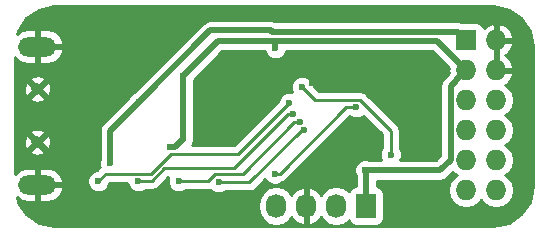
<source format=gbr>
G04 #@! TF.FileFunction,Copper,L2,Bot,Signal*
%FSLAX46Y46*%
G04 Gerber Fmt 4.6, Leading zero omitted, Abs format (unit mm)*
G04 Created by KiCad (PCBNEW 4.0.2-stable) date 2016-10-02 16:05:12*
%MOMM*%
G01*
G04 APERTURE LIST*
%ADD10C,0.100000*%
%ADD11C,0.600000*%
%ADD12R,1.727200X1.727200*%
%ADD13O,1.727200X1.727200*%
%ADD14O,3.225600X1.625600*%
%ADD15C,1.000000*%
%ADD16R,1.727200X2.032000*%
%ADD17O,1.727200X2.032000*%
%ADD18C,0.508000*%
%ADD19C,0.254000*%
G04 APERTURE END LIST*
D10*
D11*
X69250000Y-51000000D03*
X86000000Y-51250000D03*
X71500000Y-55750000D03*
X55700000Y-67300000D03*
X83900000Y-67400000D03*
X84800000Y-55800000D03*
X57600000Y-52200000D03*
D12*
X88650000Y-53570000D03*
D13*
X91190000Y-53570000D03*
X88650000Y-56110000D03*
X91190000Y-56110000D03*
X88650000Y-58650000D03*
X91190000Y-58650000D03*
X88650000Y-61190000D03*
X91190000Y-61190000D03*
X88650000Y-63730000D03*
X91190000Y-63730000D03*
X88650000Y-66270000D03*
X91190000Y-66270000D03*
D14*
X52350000Y-54100000D03*
X52350000Y-65800000D03*
D15*
X52350000Y-57700000D03*
X52350000Y-62200000D03*
D16*
X80180000Y-67600000D03*
D17*
X77640000Y-67600000D03*
X75100000Y-67600000D03*
X72560000Y-67600000D03*
D11*
X72500000Y-54250000D03*
X63600000Y-62600000D03*
X80115619Y-64575829D03*
X64650000Y-56580000D03*
X78800000Y-62200000D03*
X75600000Y-57200000D03*
X60960000Y-58770000D03*
X58500000Y-64000000D03*
X79350000Y-59250000D03*
X72450000Y-64858821D03*
X57500000Y-65500000D03*
X73667467Y-58868857D03*
X60900000Y-65500000D03*
X74000000Y-59800000D03*
X64300000Y-65500000D03*
X74536857Y-60505514D03*
X67700000Y-65600000D03*
X74954924Y-61191349D03*
X74750000Y-57500000D03*
X82250000Y-63250000D03*
D18*
X72500000Y-53825736D02*
X72500000Y-54250000D01*
X72500000Y-53707210D02*
X72500000Y-53825736D01*
X72600000Y-53607210D02*
X72500000Y-53707210D01*
X72600000Y-53607210D02*
X67622790Y-53607210D01*
X79800000Y-53607210D02*
X72600000Y-53607210D01*
X86140000Y-53600000D02*
X88650000Y-56110000D01*
X79800000Y-53607210D02*
X86140000Y-53600000D01*
X67622790Y-53607210D02*
X64650000Y-56580000D01*
X63600000Y-62600000D02*
X64024264Y-62600000D01*
X64024264Y-62600000D02*
X64624264Y-62000000D01*
X64624264Y-62000000D02*
X64680000Y-62000000D01*
X80115619Y-64575829D02*
X86424171Y-64575829D01*
X86424171Y-64575829D02*
X87329199Y-63670801D01*
X87329199Y-63670801D02*
X87329199Y-57470801D01*
X87329199Y-57470801D02*
X87786401Y-57013599D01*
X87786401Y-57013599D02*
X87786401Y-56973599D01*
X87786401Y-56973599D02*
X88650000Y-56110000D01*
X80180000Y-64580000D02*
X80115619Y-64575829D01*
X80180000Y-67600000D02*
X80180000Y-64580000D01*
X64680000Y-62000000D02*
X64680000Y-56610000D01*
X64680000Y-56610000D02*
X64650000Y-56580000D01*
X72220660Y-52850000D02*
X87950000Y-52850000D01*
X72113458Y-52742798D02*
X72220660Y-52850000D01*
X66987202Y-52742798D02*
X72113458Y-52742798D01*
X60960000Y-58770000D02*
X66987202Y-52742798D01*
X87950000Y-52850000D02*
X88650000Y-53550000D01*
X60960000Y-58770000D02*
X58500000Y-61230000D01*
X58500000Y-63575736D02*
X58500000Y-64000000D01*
X58500000Y-61230000D02*
X58500000Y-63575736D01*
D19*
X77650000Y-67000000D02*
X77650000Y-66847600D01*
X72570000Y-67000000D02*
X72570000Y-66847600D01*
X78483085Y-59250000D02*
X79350000Y-59250000D01*
X72450000Y-64858821D02*
X72874264Y-64858821D01*
X72874264Y-64858821D02*
X78483085Y-59250000D01*
X57500000Y-65500000D02*
X58130201Y-64869799D01*
X58130201Y-64869799D02*
X61989806Y-64869799D01*
X63629404Y-63230201D02*
X69306123Y-63230201D01*
X61989806Y-64869799D02*
X63629404Y-63230201D01*
X69306123Y-63230201D02*
X73367468Y-59168856D01*
X73367468Y-59168856D02*
X73667467Y-58868857D01*
X73476963Y-58868857D02*
X73667467Y-58868857D01*
X60900000Y-65500000D02*
X62006197Y-65500000D01*
X68975736Y-64400000D02*
X73575736Y-59800000D01*
X62006197Y-65500000D02*
X63106197Y-64400000D01*
X63106197Y-64400000D02*
X68975736Y-64400000D01*
X73575736Y-59800000D02*
X74000000Y-59800000D01*
X64300000Y-65500000D02*
X66800000Y-65500000D01*
X66800000Y-65500000D02*
X67400000Y-64900000D01*
X67400000Y-64900000D02*
X69718107Y-64900000D01*
X74112593Y-60505514D02*
X74536857Y-60505514D01*
X69718107Y-64900000D02*
X74112593Y-60505514D01*
X67700000Y-65600000D02*
X70300000Y-65600000D01*
X70300000Y-65600000D02*
X74708651Y-61191349D01*
X74708651Y-61191349D02*
X74954924Y-61191349D01*
X82250000Y-63250000D02*
X82250000Y-61217302D01*
X82250000Y-61217302D02*
X79652497Y-58619799D01*
X79652497Y-58619799D02*
X75869799Y-58619799D01*
X75869799Y-58619799D02*
X74750000Y-57500000D01*
G36*
X92253707Y-50973288D02*
X93316546Y-51683454D01*
X94026712Y-52746295D01*
X94290000Y-54069931D01*
X94290000Y-65930069D01*
X94026712Y-67253705D01*
X93316546Y-68316546D01*
X92253707Y-69026712D01*
X90930069Y-69290000D01*
X53769931Y-69290000D01*
X52446295Y-69026712D01*
X51383454Y-68316546D01*
X50781231Y-67415255D01*
X71061400Y-67415255D01*
X71061400Y-67784745D01*
X71175474Y-68358234D01*
X71500330Y-68844415D01*
X71986511Y-69169271D01*
X72560000Y-69283345D01*
X73133489Y-69169271D01*
X73619670Y-68844415D01*
X73826461Y-68534931D01*
X74197964Y-68950732D01*
X74725209Y-69204709D01*
X74740974Y-69207358D01*
X74973000Y-69086217D01*
X74973000Y-67727000D01*
X74953000Y-67727000D01*
X74953000Y-67473000D01*
X74973000Y-67473000D01*
X74973000Y-66113783D01*
X74740974Y-65992642D01*
X74725209Y-65995291D01*
X74197964Y-66249268D01*
X73826461Y-66665069D01*
X73619670Y-66355585D01*
X73133489Y-66030729D01*
X72560000Y-65916655D01*
X71986511Y-66030729D01*
X71500330Y-66355585D01*
X71175474Y-66841766D01*
X71061400Y-67415255D01*
X50781231Y-67415255D01*
X50673288Y-67253707D01*
X50595268Y-66861473D01*
X50878618Y-67088992D01*
X51423000Y-67247800D01*
X52223000Y-67247800D01*
X52223000Y-65927000D01*
X52477000Y-65927000D01*
X52477000Y-67247800D01*
X53277000Y-67247800D01*
X53821382Y-67088992D01*
X54263552Y-66733947D01*
X54536194Y-66236717D01*
X54554596Y-66151049D01*
X54432779Y-65927000D01*
X52477000Y-65927000D01*
X52223000Y-65927000D01*
X52203000Y-65927000D01*
X52203000Y-65685167D01*
X56564838Y-65685167D01*
X56706883Y-66028943D01*
X56969673Y-66292192D01*
X57313201Y-66434838D01*
X57685167Y-66435162D01*
X58028943Y-66293117D01*
X58292192Y-66030327D01*
X58434838Y-65686799D01*
X58434876Y-65642754D01*
X58445832Y-65631799D01*
X59964884Y-65631799D01*
X59964838Y-65685167D01*
X60106883Y-66028943D01*
X60369673Y-66292192D01*
X60713201Y-66434838D01*
X61085167Y-66435162D01*
X61428943Y-66293117D01*
X61460114Y-66262000D01*
X62006197Y-66262000D01*
X62297802Y-66203996D01*
X62545012Y-66038815D01*
X63421827Y-65162000D01*
X63427946Y-65162000D01*
X63365162Y-65313201D01*
X63364838Y-65685167D01*
X63506883Y-66028943D01*
X63769673Y-66292192D01*
X64113201Y-66434838D01*
X64485167Y-66435162D01*
X64828943Y-66293117D01*
X64860114Y-66262000D01*
X66800000Y-66262000D01*
X66999996Y-66222218D01*
X67169673Y-66392192D01*
X67513201Y-66534838D01*
X67885167Y-66535162D01*
X68228943Y-66393117D01*
X68260114Y-66362000D01*
X70300000Y-66362000D01*
X70591605Y-66303996D01*
X70838815Y-66138815D01*
X71637288Y-65340342D01*
X71656883Y-65387764D01*
X71919673Y-65651013D01*
X72263201Y-65793659D01*
X72635167Y-65793983D01*
X72978943Y-65651938D01*
X73043920Y-65587074D01*
X73165869Y-65562817D01*
X73413079Y-65397636D01*
X78794121Y-60016595D01*
X78819673Y-60042192D01*
X79163201Y-60184838D01*
X79535167Y-60185162D01*
X79878943Y-60043117D01*
X79938616Y-59983548D01*
X81488000Y-61532932D01*
X81488000Y-62689534D01*
X81457808Y-62719673D01*
X81315162Y-63063201D01*
X81314838Y-63435167D01*
X81418822Y-63686829D01*
X80412808Y-63686829D01*
X80302418Y-63640991D01*
X79930452Y-63640667D01*
X79586676Y-63782712D01*
X79323427Y-64045502D01*
X79180781Y-64389030D01*
X79180457Y-64760996D01*
X79291000Y-65028531D01*
X79291000Y-65941339D01*
X79081083Y-65980838D01*
X78864959Y-66119910D01*
X78719969Y-66332110D01*
X78711600Y-66373439D01*
X78699670Y-66355585D01*
X78213489Y-66030729D01*
X77640000Y-65916655D01*
X77066511Y-66030729D01*
X76580330Y-66355585D01*
X76373539Y-66665069D01*
X76002036Y-66249268D01*
X75474791Y-65995291D01*
X75459026Y-65992642D01*
X75227000Y-66113783D01*
X75227000Y-67473000D01*
X75247000Y-67473000D01*
X75247000Y-67727000D01*
X75227000Y-67727000D01*
X75227000Y-69086217D01*
X75459026Y-69207358D01*
X75474791Y-69204709D01*
X76002036Y-68950732D01*
X76373539Y-68534931D01*
X76580330Y-68844415D01*
X77066511Y-69169271D01*
X77640000Y-69283345D01*
X78213489Y-69169271D01*
X78699670Y-68844415D01*
X78709243Y-68830087D01*
X78713238Y-68851317D01*
X78852310Y-69067441D01*
X79064510Y-69212431D01*
X79316400Y-69263440D01*
X81043600Y-69263440D01*
X81278917Y-69219162D01*
X81495041Y-69080090D01*
X81640031Y-68867890D01*
X81691040Y-68616000D01*
X81691040Y-66584000D01*
X81646762Y-66348683D01*
X81507690Y-66132559D01*
X81295490Y-65987569D01*
X81069000Y-65941704D01*
X81069000Y-65464829D01*
X86424171Y-65464829D01*
X86764377Y-65397158D01*
X87052789Y-65204447D01*
X87523558Y-64733678D01*
X87560971Y-64789670D01*
X87875752Y-65000000D01*
X87560971Y-65210330D01*
X87236115Y-65696511D01*
X87122041Y-66270000D01*
X87236115Y-66843489D01*
X87560971Y-67329670D01*
X88047152Y-67654526D01*
X88620641Y-67768600D01*
X88679359Y-67768600D01*
X89252848Y-67654526D01*
X89739029Y-67329670D01*
X89920000Y-67058828D01*
X90100971Y-67329670D01*
X90587152Y-67654526D01*
X91160641Y-67768600D01*
X91219359Y-67768600D01*
X91792848Y-67654526D01*
X92279029Y-67329670D01*
X92603885Y-66843489D01*
X92717959Y-66270000D01*
X92603885Y-65696511D01*
X92279029Y-65210330D01*
X91964248Y-65000000D01*
X92279029Y-64789670D01*
X92603885Y-64303489D01*
X92717959Y-63730000D01*
X92603885Y-63156511D01*
X92279029Y-62670330D01*
X91964248Y-62460000D01*
X92279029Y-62249670D01*
X92603885Y-61763489D01*
X92717959Y-61190000D01*
X92603885Y-60616511D01*
X92279029Y-60130330D01*
X91964248Y-59920000D01*
X92279029Y-59709670D01*
X92603885Y-59223489D01*
X92717959Y-58650000D01*
X92603885Y-58076511D01*
X92279029Y-57590330D01*
X91955772Y-57374336D01*
X92078490Y-57316821D01*
X92472688Y-56884947D01*
X92644958Y-56469026D01*
X92523817Y-56237000D01*
X91317000Y-56237000D01*
X91317000Y-56257000D01*
X91063000Y-56257000D01*
X91063000Y-56237000D01*
X91043000Y-56237000D01*
X91043000Y-55983000D01*
X91063000Y-55983000D01*
X91063000Y-53697000D01*
X91317000Y-53697000D01*
X91317000Y-55983000D01*
X92523817Y-55983000D01*
X92644958Y-55750974D01*
X92472688Y-55335053D01*
X92078490Y-54903179D01*
X91943687Y-54840000D01*
X92078490Y-54776821D01*
X92472688Y-54344947D01*
X92644958Y-53929026D01*
X92523817Y-53697000D01*
X91317000Y-53697000D01*
X91063000Y-53697000D01*
X91043000Y-53697000D01*
X91043000Y-53443000D01*
X91063000Y-53443000D01*
X91063000Y-52235531D01*
X91317000Y-52235531D01*
X91317000Y-53443000D01*
X92523817Y-53443000D01*
X92644958Y-53210974D01*
X92472688Y-52795053D01*
X92078490Y-52363179D01*
X91549027Y-52115032D01*
X91317000Y-52235531D01*
X91063000Y-52235531D01*
X90830973Y-52115032D01*
X90301510Y-52363179D01*
X90131505Y-52549433D01*
X90116762Y-52471083D01*
X89977690Y-52254959D01*
X89765490Y-52109969D01*
X89513600Y-52058960D01*
X88335537Y-52058960D01*
X88290206Y-52028671D01*
X87950000Y-51961000D01*
X72512826Y-51961000D01*
X72453664Y-51921469D01*
X72113458Y-51853798D01*
X66987202Y-51853798D01*
X66646996Y-51921469D01*
X66417504Y-52074811D01*
X66358584Y-52114180D01*
X60541526Y-57931238D01*
X60431057Y-57976883D01*
X60167808Y-58239673D01*
X60121451Y-58351313D01*
X57871382Y-60601382D01*
X57678671Y-60889794D01*
X57611000Y-61230000D01*
X57611000Y-63702811D01*
X57565162Y-63813201D01*
X57564838Y-64185167D01*
X57617796Y-64313336D01*
X57591386Y-64330983D01*
X57357494Y-64564875D01*
X57314833Y-64564838D01*
X56971057Y-64706883D01*
X56707808Y-64969673D01*
X56565162Y-65313201D01*
X56564838Y-65685167D01*
X52203000Y-65685167D01*
X52203000Y-65673000D01*
X52223000Y-65673000D01*
X52223000Y-64352200D01*
X52477000Y-64352200D01*
X52477000Y-65673000D01*
X54432779Y-65673000D01*
X54554596Y-65448951D01*
X54536194Y-65363283D01*
X54263552Y-64866053D01*
X53821382Y-64511008D01*
X53277000Y-64352200D01*
X52477000Y-64352200D01*
X52223000Y-64352200D01*
X51423000Y-64352200D01*
X50878618Y-64511008D01*
X50436448Y-64866053D01*
X50410000Y-64914287D01*
X50410000Y-62990104D01*
X51739501Y-62990104D01*
X51776648Y-63205217D01*
X52204972Y-63348112D01*
X52655375Y-63316217D01*
X52923352Y-63205217D01*
X52960499Y-62990104D01*
X52350000Y-62379605D01*
X51739501Y-62990104D01*
X50410000Y-62990104D01*
X50410000Y-62054972D01*
X51201888Y-62054972D01*
X51233783Y-62505375D01*
X51344783Y-62773352D01*
X51559896Y-62810499D01*
X52170395Y-62200000D01*
X52529605Y-62200000D01*
X53140104Y-62810499D01*
X53355217Y-62773352D01*
X53498112Y-62345028D01*
X53466217Y-61894625D01*
X53355217Y-61626648D01*
X53140104Y-61589501D01*
X52529605Y-62200000D01*
X52170395Y-62200000D01*
X51559896Y-61589501D01*
X51344783Y-61626648D01*
X51201888Y-62054972D01*
X50410000Y-62054972D01*
X50410000Y-61409896D01*
X51739501Y-61409896D01*
X52350000Y-62020395D01*
X52960499Y-61409896D01*
X52923352Y-61194783D01*
X52495028Y-61051888D01*
X52044625Y-61083783D01*
X51776648Y-61194783D01*
X51739501Y-61409896D01*
X50410000Y-61409896D01*
X50410000Y-58490104D01*
X51739501Y-58490104D01*
X51776648Y-58705217D01*
X52204972Y-58848112D01*
X52655375Y-58816217D01*
X52923352Y-58705217D01*
X52960499Y-58490104D01*
X52350000Y-57879605D01*
X51739501Y-58490104D01*
X50410000Y-58490104D01*
X50410000Y-57554972D01*
X51201888Y-57554972D01*
X51233783Y-58005375D01*
X51344783Y-58273352D01*
X51559896Y-58310499D01*
X52170395Y-57700000D01*
X52529605Y-57700000D01*
X53140104Y-58310499D01*
X53355217Y-58273352D01*
X53498112Y-57845028D01*
X53466217Y-57394625D01*
X53355217Y-57126648D01*
X53140104Y-57089501D01*
X52529605Y-57700000D01*
X52170395Y-57700000D01*
X51559896Y-57089501D01*
X51344783Y-57126648D01*
X51201888Y-57554972D01*
X50410000Y-57554972D01*
X50410000Y-56909896D01*
X51739501Y-56909896D01*
X52350000Y-57520395D01*
X52960499Y-56909896D01*
X52923352Y-56694783D01*
X52495028Y-56551888D01*
X52044625Y-56583783D01*
X51776648Y-56694783D01*
X51739501Y-56909896D01*
X50410000Y-56909896D01*
X50410000Y-54985713D01*
X50436448Y-55033947D01*
X50878618Y-55388992D01*
X51423000Y-55547800D01*
X52223000Y-55547800D01*
X52223000Y-54227000D01*
X52477000Y-54227000D01*
X52477000Y-55547800D01*
X53277000Y-55547800D01*
X53821382Y-55388992D01*
X54263552Y-55033947D01*
X54536194Y-54536717D01*
X54554596Y-54451049D01*
X54432779Y-54227000D01*
X52477000Y-54227000D01*
X52223000Y-54227000D01*
X52203000Y-54227000D01*
X52203000Y-53973000D01*
X52223000Y-53973000D01*
X52223000Y-52652200D01*
X52477000Y-52652200D01*
X52477000Y-53973000D01*
X54432779Y-53973000D01*
X54554596Y-53748951D01*
X54536194Y-53663283D01*
X54263552Y-53166053D01*
X53821382Y-52811008D01*
X53277000Y-52652200D01*
X52477000Y-52652200D01*
X52223000Y-52652200D01*
X51423000Y-52652200D01*
X50878618Y-52811008D01*
X50618940Y-53019519D01*
X50673288Y-52746293D01*
X51383454Y-51683454D01*
X52446295Y-50973288D01*
X53769931Y-50710000D01*
X90930069Y-50710000D01*
X92253707Y-50973288D01*
X92253707Y-50973288D01*
G37*
X92253707Y-50973288D02*
X93316546Y-51683454D01*
X94026712Y-52746295D01*
X94290000Y-54069931D01*
X94290000Y-65930069D01*
X94026712Y-67253705D01*
X93316546Y-68316546D01*
X92253707Y-69026712D01*
X90930069Y-69290000D01*
X53769931Y-69290000D01*
X52446295Y-69026712D01*
X51383454Y-68316546D01*
X50781231Y-67415255D01*
X71061400Y-67415255D01*
X71061400Y-67784745D01*
X71175474Y-68358234D01*
X71500330Y-68844415D01*
X71986511Y-69169271D01*
X72560000Y-69283345D01*
X73133489Y-69169271D01*
X73619670Y-68844415D01*
X73826461Y-68534931D01*
X74197964Y-68950732D01*
X74725209Y-69204709D01*
X74740974Y-69207358D01*
X74973000Y-69086217D01*
X74973000Y-67727000D01*
X74953000Y-67727000D01*
X74953000Y-67473000D01*
X74973000Y-67473000D01*
X74973000Y-66113783D01*
X74740974Y-65992642D01*
X74725209Y-65995291D01*
X74197964Y-66249268D01*
X73826461Y-66665069D01*
X73619670Y-66355585D01*
X73133489Y-66030729D01*
X72560000Y-65916655D01*
X71986511Y-66030729D01*
X71500330Y-66355585D01*
X71175474Y-66841766D01*
X71061400Y-67415255D01*
X50781231Y-67415255D01*
X50673288Y-67253707D01*
X50595268Y-66861473D01*
X50878618Y-67088992D01*
X51423000Y-67247800D01*
X52223000Y-67247800D01*
X52223000Y-65927000D01*
X52477000Y-65927000D01*
X52477000Y-67247800D01*
X53277000Y-67247800D01*
X53821382Y-67088992D01*
X54263552Y-66733947D01*
X54536194Y-66236717D01*
X54554596Y-66151049D01*
X54432779Y-65927000D01*
X52477000Y-65927000D01*
X52223000Y-65927000D01*
X52203000Y-65927000D01*
X52203000Y-65685167D01*
X56564838Y-65685167D01*
X56706883Y-66028943D01*
X56969673Y-66292192D01*
X57313201Y-66434838D01*
X57685167Y-66435162D01*
X58028943Y-66293117D01*
X58292192Y-66030327D01*
X58434838Y-65686799D01*
X58434876Y-65642754D01*
X58445832Y-65631799D01*
X59964884Y-65631799D01*
X59964838Y-65685167D01*
X60106883Y-66028943D01*
X60369673Y-66292192D01*
X60713201Y-66434838D01*
X61085167Y-66435162D01*
X61428943Y-66293117D01*
X61460114Y-66262000D01*
X62006197Y-66262000D01*
X62297802Y-66203996D01*
X62545012Y-66038815D01*
X63421827Y-65162000D01*
X63427946Y-65162000D01*
X63365162Y-65313201D01*
X63364838Y-65685167D01*
X63506883Y-66028943D01*
X63769673Y-66292192D01*
X64113201Y-66434838D01*
X64485167Y-66435162D01*
X64828943Y-66293117D01*
X64860114Y-66262000D01*
X66800000Y-66262000D01*
X66999996Y-66222218D01*
X67169673Y-66392192D01*
X67513201Y-66534838D01*
X67885167Y-66535162D01*
X68228943Y-66393117D01*
X68260114Y-66362000D01*
X70300000Y-66362000D01*
X70591605Y-66303996D01*
X70838815Y-66138815D01*
X71637288Y-65340342D01*
X71656883Y-65387764D01*
X71919673Y-65651013D01*
X72263201Y-65793659D01*
X72635167Y-65793983D01*
X72978943Y-65651938D01*
X73043920Y-65587074D01*
X73165869Y-65562817D01*
X73413079Y-65397636D01*
X78794121Y-60016595D01*
X78819673Y-60042192D01*
X79163201Y-60184838D01*
X79535167Y-60185162D01*
X79878943Y-60043117D01*
X79938616Y-59983548D01*
X81488000Y-61532932D01*
X81488000Y-62689534D01*
X81457808Y-62719673D01*
X81315162Y-63063201D01*
X81314838Y-63435167D01*
X81418822Y-63686829D01*
X80412808Y-63686829D01*
X80302418Y-63640991D01*
X79930452Y-63640667D01*
X79586676Y-63782712D01*
X79323427Y-64045502D01*
X79180781Y-64389030D01*
X79180457Y-64760996D01*
X79291000Y-65028531D01*
X79291000Y-65941339D01*
X79081083Y-65980838D01*
X78864959Y-66119910D01*
X78719969Y-66332110D01*
X78711600Y-66373439D01*
X78699670Y-66355585D01*
X78213489Y-66030729D01*
X77640000Y-65916655D01*
X77066511Y-66030729D01*
X76580330Y-66355585D01*
X76373539Y-66665069D01*
X76002036Y-66249268D01*
X75474791Y-65995291D01*
X75459026Y-65992642D01*
X75227000Y-66113783D01*
X75227000Y-67473000D01*
X75247000Y-67473000D01*
X75247000Y-67727000D01*
X75227000Y-67727000D01*
X75227000Y-69086217D01*
X75459026Y-69207358D01*
X75474791Y-69204709D01*
X76002036Y-68950732D01*
X76373539Y-68534931D01*
X76580330Y-68844415D01*
X77066511Y-69169271D01*
X77640000Y-69283345D01*
X78213489Y-69169271D01*
X78699670Y-68844415D01*
X78709243Y-68830087D01*
X78713238Y-68851317D01*
X78852310Y-69067441D01*
X79064510Y-69212431D01*
X79316400Y-69263440D01*
X81043600Y-69263440D01*
X81278917Y-69219162D01*
X81495041Y-69080090D01*
X81640031Y-68867890D01*
X81691040Y-68616000D01*
X81691040Y-66584000D01*
X81646762Y-66348683D01*
X81507690Y-66132559D01*
X81295490Y-65987569D01*
X81069000Y-65941704D01*
X81069000Y-65464829D01*
X86424171Y-65464829D01*
X86764377Y-65397158D01*
X87052789Y-65204447D01*
X87523558Y-64733678D01*
X87560971Y-64789670D01*
X87875752Y-65000000D01*
X87560971Y-65210330D01*
X87236115Y-65696511D01*
X87122041Y-66270000D01*
X87236115Y-66843489D01*
X87560971Y-67329670D01*
X88047152Y-67654526D01*
X88620641Y-67768600D01*
X88679359Y-67768600D01*
X89252848Y-67654526D01*
X89739029Y-67329670D01*
X89920000Y-67058828D01*
X90100971Y-67329670D01*
X90587152Y-67654526D01*
X91160641Y-67768600D01*
X91219359Y-67768600D01*
X91792848Y-67654526D01*
X92279029Y-67329670D01*
X92603885Y-66843489D01*
X92717959Y-66270000D01*
X92603885Y-65696511D01*
X92279029Y-65210330D01*
X91964248Y-65000000D01*
X92279029Y-64789670D01*
X92603885Y-64303489D01*
X92717959Y-63730000D01*
X92603885Y-63156511D01*
X92279029Y-62670330D01*
X91964248Y-62460000D01*
X92279029Y-62249670D01*
X92603885Y-61763489D01*
X92717959Y-61190000D01*
X92603885Y-60616511D01*
X92279029Y-60130330D01*
X91964248Y-59920000D01*
X92279029Y-59709670D01*
X92603885Y-59223489D01*
X92717959Y-58650000D01*
X92603885Y-58076511D01*
X92279029Y-57590330D01*
X91955772Y-57374336D01*
X92078490Y-57316821D01*
X92472688Y-56884947D01*
X92644958Y-56469026D01*
X92523817Y-56237000D01*
X91317000Y-56237000D01*
X91317000Y-56257000D01*
X91063000Y-56257000D01*
X91063000Y-56237000D01*
X91043000Y-56237000D01*
X91043000Y-55983000D01*
X91063000Y-55983000D01*
X91063000Y-53697000D01*
X91317000Y-53697000D01*
X91317000Y-55983000D01*
X92523817Y-55983000D01*
X92644958Y-55750974D01*
X92472688Y-55335053D01*
X92078490Y-54903179D01*
X91943687Y-54840000D01*
X92078490Y-54776821D01*
X92472688Y-54344947D01*
X92644958Y-53929026D01*
X92523817Y-53697000D01*
X91317000Y-53697000D01*
X91063000Y-53697000D01*
X91043000Y-53697000D01*
X91043000Y-53443000D01*
X91063000Y-53443000D01*
X91063000Y-52235531D01*
X91317000Y-52235531D01*
X91317000Y-53443000D01*
X92523817Y-53443000D01*
X92644958Y-53210974D01*
X92472688Y-52795053D01*
X92078490Y-52363179D01*
X91549027Y-52115032D01*
X91317000Y-52235531D01*
X91063000Y-52235531D01*
X90830973Y-52115032D01*
X90301510Y-52363179D01*
X90131505Y-52549433D01*
X90116762Y-52471083D01*
X89977690Y-52254959D01*
X89765490Y-52109969D01*
X89513600Y-52058960D01*
X88335537Y-52058960D01*
X88290206Y-52028671D01*
X87950000Y-51961000D01*
X72512826Y-51961000D01*
X72453664Y-51921469D01*
X72113458Y-51853798D01*
X66987202Y-51853798D01*
X66646996Y-51921469D01*
X66417504Y-52074811D01*
X66358584Y-52114180D01*
X60541526Y-57931238D01*
X60431057Y-57976883D01*
X60167808Y-58239673D01*
X60121451Y-58351313D01*
X57871382Y-60601382D01*
X57678671Y-60889794D01*
X57611000Y-61230000D01*
X57611000Y-63702811D01*
X57565162Y-63813201D01*
X57564838Y-64185167D01*
X57617796Y-64313336D01*
X57591386Y-64330983D01*
X57357494Y-64564875D01*
X57314833Y-64564838D01*
X56971057Y-64706883D01*
X56707808Y-64969673D01*
X56565162Y-65313201D01*
X56564838Y-65685167D01*
X52203000Y-65685167D01*
X52203000Y-65673000D01*
X52223000Y-65673000D01*
X52223000Y-64352200D01*
X52477000Y-64352200D01*
X52477000Y-65673000D01*
X54432779Y-65673000D01*
X54554596Y-65448951D01*
X54536194Y-65363283D01*
X54263552Y-64866053D01*
X53821382Y-64511008D01*
X53277000Y-64352200D01*
X52477000Y-64352200D01*
X52223000Y-64352200D01*
X51423000Y-64352200D01*
X50878618Y-64511008D01*
X50436448Y-64866053D01*
X50410000Y-64914287D01*
X50410000Y-62990104D01*
X51739501Y-62990104D01*
X51776648Y-63205217D01*
X52204972Y-63348112D01*
X52655375Y-63316217D01*
X52923352Y-63205217D01*
X52960499Y-62990104D01*
X52350000Y-62379605D01*
X51739501Y-62990104D01*
X50410000Y-62990104D01*
X50410000Y-62054972D01*
X51201888Y-62054972D01*
X51233783Y-62505375D01*
X51344783Y-62773352D01*
X51559896Y-62810499D01*
X52170395Y-62200000D01*
X52529605Y-62200000D01*
X53140104Y-62810499D01*
X53355217Y-62773352D01*
X53498112Y-62345028D01*
X53466217Y-61894625D01*
X53355217Y-61626648D01*
X53140104Y-61589501D01*
X52529605Y-62200000D01*
X52170395Y-62200000D01*
X51559896Y-61589501D01*
X51344783Y-61626648D01*
X51201888Y-62054972D01*
X50410000Y-62054972D01*
X50410000Y-61409896D01*
X51739501Y-61409896D01*
X52350000Y-62020395D01*
X52960499Y-61409896D01*
X52923352Y-61194783D01*
X52495028Y-61051888D01*
X52044625Y-61083783D01*
X51776648Y-61194783D01*
X51739501Y-61409896D01*
X50410000Y-61409896D01*
X50410000Y-58490104D01*
X51739501Y-58490104D01*
X51776648Y-58705217D01*
X52204972Y-58848112D01*
X52655375Y-58816217D01*
X52923352Y-58705217D01*
X52960499Y-58490104D01*
X52350000Y-57879605D01*
X51739501Y-58490104D01*
X50410000Y-58490104D01*
X50410000Y-57554972D01*
X51201888Y-57554972D01*
X51233783Y-58005375D01*
X51344783Y-58273352D01*
X51559896Y-58310499D01*
X52170395Y-57700000D01*
X52529605Y-57700000D01*
X53140104Y-58310499D01*
X53355217Y-58273352D01*
X53498112Y-57845028D01*
X53466217Y-57394625D01*
X53355217Y-57126648D01*
X53140104Y-57089501D01*
X52529605Y-57700000D01*
X52170395Y-57700000D01*
X51559896Y-57089501D01*
X51344783Y-57126648D01*
X51201888Y-57554972D01*
X50410000Y-57554972D01*
X50410000Y-56909896D01*
X51739501Y-56909896D01*
X52350000Y-57520395D01*
X52960499Y-56909896D01*
X52923352Y-56694783D01*
X52495028Y-56551888D01*
X52044625Y-56583783D01*
X51776648Y-56694783D01*
X51739501Y-56909896D01*
X50410000Y-56909896D01*
X50410000Y-54985713D01*
X50436448Y-55033947D01*
X50878618Y-55388992D01*
X51423000Y-55547800D01*
X52223000Y-55547800D01*
X52223000Y-54227000D01*
X52477000Y-54227000D01*
X52477000Y-55547800D01*
X53277000Y-55547800D01*
X53821382Y-55388992D01*
X54263552Y-55033947D01*
X54536194Y-54536717D01*
X54554596Y-54451049D01*
X54432779Y-54227000D01*
X52477000Y-54227000D01*
X52223000Y-54227000D01*
X52203000Y-54227000D01*
X52203000Y-53973000D01*
X52223000Y-53973000D01*
X52223000Y-52652200D01*
X52477000Y-52652200D01*
X52477000Y-53973000D01*
X54432779Y-53973000D01*
X54554596Y-53748951D01*
X54536194Y-53663283D01*
X54263552Y-53166053D01*
X53821382Y-52811008D01*
X53277000Y-52652200D01*
X52477000Y-52652200D01*
X52223000Y-52652200D01*
X51423000Y-52652200D01*
X50878618Y-52811008D01*
X50618940Y-53019519D01*
X50673288Y-52746293D01*
X51383454Y-51683454D01*
X52446295Y-50973288D01*
X53769931Y-50710000D01*
X90930069Y-50710000D01*
X92253707Y-50973288D01*
G36*
X87166957Y-55884193D02*
X87122041Y-56110000D01*
X87166957Y-56335807D01*
X87157783Y-56344981D01*
X87077236Y-56465528D01*
X86700581Y-56842183D01*
X86507870Y-57130595D01*
X86440199Y-57470801D01*
X86440199Y-63302565D01*
X86055935Y-63686829D01*
X83081016Y-63686829D01*
X83184838Y-63436799D01*
X83185162Y-63064833D01*
X83043117Y-62721057D01*
X83012000Y-62689886D01*
X83012000Y-61217302D01*
X82953996Y-60925697D01*
X82788815Y-60678487D01*
X80191312Y-58080984D01*
X80128202Y-58038815D01*
X79944102Y-57915803D01*
X79652497Y-57857799D01*
X76185429Y-57857799D01*
X75685125Y-57357495D01*
X75685162Y-57314833D01*
X75543117Y-56971057D01*
X75280327Y-56707808D01*
X74936799Y-56565162D01*
X74564833Y-56564838D01*
X74221057Y-56706883D01*
X73957808Y-56969673D01*
X73815162Y-57313201D01*
X73814838Y-57685167D01*
X73930791Y-57965795D01*
X73854266Y-57934019D01*
X73482300Y-57933695D01*
X73138524Y-58075740D01*
X72875275Y-58338530D01*
X72781371Y-58564674D01*
X72772967Y-58577252D01*
X72770042Y-58591959D01*
X72732629Y-58682058D01*
X72732591Y-58726103D01*
X68990493Y-62468201D01*
X65415805Y-62468201D01*
X65501329Y-62340206D01*
X65569000Y-62000000D01*
X65569000Y-56918236D01*
X67991026Y-54496210D01*
X71590060Y-54496210D01*
X71706883Y-54778943D01*
X71969673Y-55042192D01*
X72313201Y-55184838D01*
X72685167Y-55185162D01*
X73028943Y-55043117D01*
X73292192Y-54780327D01*
X73410168Y-54496210D01*
X79800000Y-54496210D01*
X79800507Y-54496109D01*
X79801011Y-54496209D01*
X85772182Y-54489418D01*
X87166957Y-55884193D01*
X87166957Y-55884193D01*
G37*
X87166957Y-55884193D02*
X87122041Y-56110000D01*
X87166957Y-56335807D01*
X87157783Y-56344981D01*
X87077236Y-56465528D01*
X86700581Y-56842183D01*
X86507870Y-57130595D01*
X86440199Y-57470801D01*
X86440199Y-63302565D01*
X86055935Y-63686829D01*
X83081016Y-63686829D01*
X83184838Y-63436799D01*
X83185162Y-63064833D01*
X83043117Y-62721057D01*
X83012000Y-62689886D01*
X83012000Y-61217302D01*
X82953996Y-60925697D01*
X82788815Y-60678487D01*
X80191312Y-58080984D01*
X80128202Y-58038815D01*
X79944102Y-57915803D01*
X79652497Y-57857799D01*
X76185429Y-57857799D01*
X75685125Y-57357495D01*
X75685162Y-57314833D01*
X75543117Y-56971057D01*
X75280327Y-56707808D01*
X74936799Y-56565162D01*
X74564833Y-56564838D01*
X74221057Y-56706883D01*
X73957808Y-56969673D01*
X73815162Y-57313201D01*
X73814838Y-57685167D01*
X73930791Y-57965795D01*
X73854266Y-57934019D01*
X73482300Y-57933695D01*
X73138524Y-58075740D01*
X72875275Y-58338530D01*
X72781371Y-58564674D01*
X72772967Y-58577252D01*
X72770042Y-58591959D01*
X72732629Y-58682058D01*
X72732591Y-58726103D01*
X68990493Y-62468201D01*
X65415805Y-62468201D01*
X65501329Y-62340206D01*
X65569000Y-62000000D01*
X65569000Y-56918236D01*
X67991026Y-54496210D01*
X71590060Y-54496210D01*
X71706883Y-54778943D01*
X71969673Y-55042192D01*
X72313201Y-55184838D01*
X72685167Y-55185162D01*
X73028943Y-55043117D01*
X73292192Y-54780327D01*
X73410168Y-54496210D01*
X79800000Y-54496210D01*
X79800507Y-54496109D01*
X79801011Y-54496209D01*
X85772182Y-54489418D01*
X87166957Y-55884193D01*
M02*

</source>
